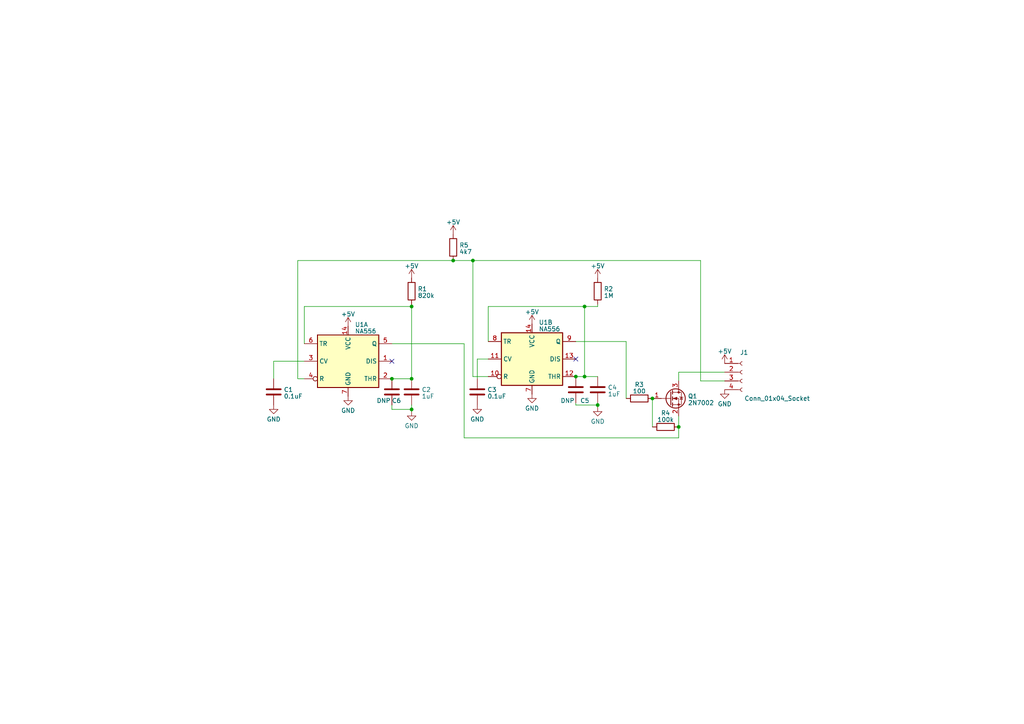
<source format=kicad_sch>
(kicad_sch (version 20230121) (generator eeschema)
  (paper "A4")
  (lib_symbols
    (symbol "Connector:Conn_01x04_Socket" (pin_names (offset 1.016) hide)
      (property "Reference" "J" (at 0 5.08 0))
      (property "Value" "Conn_01x04_Socket" (at 0 -7.62 0))
      (symbol "Conn_01x04_Socket_1_1"
        (arc (start 0 -4.572) (mid -0.5058 -5.08) (end 0 -5.588) (stroke (width 0.1524)))
        (arc (start 0 -2.032) (mid -0.5058 -2.54) (end 0 -3.048) (stroke (width 0.1524)))
        (polyline (pts (xy -1.27 -5.08) (xy -0.508 -5.08)) (stroke (width 0.1524)))
        (polyline (pts (xy -1.27 -2.54) (xy -0.508 -2.54)) (stroke (width 0.1524)))
        (polyline (pts (xy -1.27 0) (xy -0.508 0)) (stroke (width 0.1524)))
        (polyline (pts (xy -1.27 2.54) (xy -0.508 2.54)) (stroke (width 0.1524)))
        (arc (start 0 0.508) (mid -0.5058 0) (end 0 -0.508) (stroke (width 0.1524)))
        (arc (start 0 3.048) (mid -0.5058 2.54) (end 0 2.032) (stroke (width 0.1524)))
        (pin passive line (at -5.08 2.54 0) (length 3.81) (name "Pin_1") (number "1"))
        (pin passive line (at -5.08 0 0) (length 3.81) (name "Pin_2") (number "2"))
        (pin passive line (at -5.08 -2.54 0) (length 3.81) (name "Pin_3") (number "3"))
        (pin passive line (at -5.08 -5.08 0) (length 3.81) (name "Pin_4") (number "4"))
      )
    )
    (symbol "Device:C" (pin_numbers hide) (pin_names (offset 0.254))
      (property "Reference" "C" (at 0.635 2.54 0))
      (property "Value" "C" (at 0.635 -2.54 0))
      (symbol "C_0_1"
        (polyline (pts (xy -2.032 -0.762) (xy 2.032 -0.762)) (stroke (width 0.508)))
        (polyline (pts (xy -2.032 0.762) (xy 2.032 0.762)) (stroke (width 0.508)))
      )
      (symbol "C_1_1"
        (pin passive line (at 0 3.81 270) (length 2.794) (name "~") (number "1"))
        (pin passive line (at 0 -3.81 90) (length 2.794) (name "~") (number "2"))
      )
    )
    (symbol "Device:R" (pin_numbers hide) (pin_names (offset 0))
      (property "Reference" "R" (at 2.032 0 90))
      (property "Value" "R" (at 0 0 90))
      (symbol "R_0_1"
        (rectangle (start -1.016 -2.54) (end 1.016 2.54) (stroke (width 0.254)))
      )
      (symbol "R_1_1"
        (pin passive line (at 0 3.81 270) (length 1.27) (name "~") (number "1"))
        (pin passive line (at 0 -3.81 90) (length 1.27) (name "~") (number "2"))
      )
    )
    (symbol "Timer:NA556"
      (property "Reference" "U" (at -10.16 8.89 0))
      (property "Value" "NA556" (at -10.16 -8.89 0))
      (symbol "NA556_0_0"
        (pin power_in line (at 0 10.16 270) (length 2.54) (name "VCC") (number "14"))
        (pin power_in line (at 0 -10.16 90) (length 2.54) (name "GND") (number "7"))
      )
      (symbol "NA556_0_1"
        (rectangle (start -8.89 -7.62) (end 8.89 7.62) (stroke (width 0.254)) (fill (type background)))
        (rectangle (start -8.89 -7.62) (end 8.89 7.62) (stroke (width 0.254)) (fill (type background)))
      )
      (symbol "NA556_1_1"
        (pin input line (at 12.7 0 180) (length 3.81) (name "DIS") (number "1"))
        (pin input line (at 12.7 -5.08 180) (length 3.81) (name "THR") (number "2"))
        (pin input line (at -12.7 0 0) (length 3.81) (name "CV") (number "3"))
        (pin input inverted (at -12.7 -5.08 0) (length 3.81) (name "R") (number "4"))
        (pin output line (at 12.7 5.08 180) (length 3.81) (name "Q") (number "5"))
        (pin input line (at -12.7 5.08 0) (length 3.81) (name "TR") (number "6"))
      )
      (symbol "NA556_2_1"
        (pin input inverted (at -12.7 -5.08 0) (length 3.81) (name "R") (number "10"))
        (pin input line (at -12.7 0 0) (length 3.81) (name "CV") (number "11"))
        (pin input line (at 12.7 -5.08 180) (length 3.81) (name "THR") (number "12"))
        (pin input line (at 12.7 0 180) (length 3.81) (name "DIS") (number "13"))
        (pin input line (at -12.7 5.08 0) (length 3.81) (name "TR") (number "8"))
        (pin output line (at 12.7 5.08 180) (length 3.81) (name "Q") (number "9"))
      )
    )
    (symbol "Transistor_FET:2N7002" (pin_names hide)
      (property "Reference" "Q" (at 5.08 1.905 0))
      (property "Value" "2N7002" (at 5.08 0 0))
      (symbol "2N7002_0_1"
        (polyline (pts (xy 0.254 0) (xy -2.54 0)))
        (polyline (pts (xy 0.254 1.905) (xy 0.254 -1.905)) (stroke (width 0.254)))
        (polyline (pts (xy 0.762 -1.27) (xy 0.762 -2.286)) (stroke (width 0.254)))
        (polyline (pts (xy 0.762 0.508) (xy 0.762 -0.508)) (stroke (width 0.254)))
        (polyline (pts (xy 0.762 2.286) (xy 0.762 1.27)) (stroke (width 0.254)))
        (polyline (pts (xy 2.54 2.54) (xy 2.54 1.778)))
        (polyline (pts (xy 2.54 -2.54) (xy 2.54 0) (xy 0.762 0)))
        (polyline (pts (xy 0.762 -1.778) (xy 3.302 -1.778) (xy 3.302 1.778) (xy 0.762 1.778)))
        (polyline (pts (xy 1.016 0) (xy 2.032 0.381) (xy 2.032 -0.381) (xy 1.016 0)) (fill (type outline)))
        (polyline (pts (xy 2.794 0.508) (xy 2.921 0.381) (xy 3.683 0.381) (xy 3.81 0.254)))
        (polyline (pts (xy 3.302 0.381) (xy 2.921 -0.254) (xy 3.683 -0.254) (xy 3.302 0.381)))
        (circle (center 1.651 0) (radius 2.794) (stroke (width 0.254)))
        (circle (center 2.54 -1.778) (radius 0.254) (fill (type outline)))
        (circle (center 2.54 1.778) (radius 0.254) (fill (type outline)))
      )
      (symbol "2N7002_1_1"
        (pin input line (at -5.08 0 0) (length 2.54) (name "G") (number "1"))
        (pin passive line (at 2.54 -5.08 90) (length 2.54) (name "S") (number "2"))
        (pin passive line (at 2.54 5.08 270) (length 2.54) (name "D") (number "3"))
      )
    )
    (symbol "power:+5V" (power) (pin_names (offset 0))
      (property "Value" "+5V" (at 0 3.556 0))
      (symbol "+5V_0_1"
        (polyline (pts (xy -0.762 1.27) (xy 0 2.54)))
        (polyline (pts (xy 0 0) (xy 0 2.54)))
        (polyline (pts (xy 0 2.54) (xy 0.762 1.27)))
      )
      (symbol "+5V_1_1"
        (pin power_in line (at 0 0 90) (length 0) hide (name "+5V") (number "1"))
      )
    )
    (symbol "power:GND" (power) (pin_names (offset 0))
      (property "Value" "GND" (at 0 -3.81 0))
      (symbol "GND_0_1"
        (polyline (pts (xy 0 0) (xy 0 -1.27) (xy 1.27 -1.27) (xy 0 -2.54) (xy -1.27 -1.27) (xy 0 -1.27)))
      )
      (symbol "GND_1_1"
        (pin power_in line (at 0 0 270) (length 0) hide (name "GND") (number "1"))
      )
    )
  )
  (junction (at 167.005 109.22))
  (junction (at 119.38 88.9))
  (junction (at 196.85 123.825))
  (junction (at 119.38 109.855))
  (junction (at 173.355 117.475))
  (junction (at 169.545 88.9))
  (junction (at 131.445 75.565))
  (junction (at 189.23 115.57))
  (junction (at 169.545 109.22))
  (junction (at 137.16 75.565))
  (junction (at 113.665 109.855))
  (junction (at 119.38 118.745))
  (no_connect (at 167.005 104.14))
  (no_connect (at 113.665 104.775))
  (wire (pts (xy 196.85 123.825) (xy 196.85 127)))
  (wire (pts (xy 203.2 110.49) (xy 203.2 75.565)))
  (wire (pts (xy 138.43 109.855) (xy 138.43 104.14)))
  (wire (pts (xy 196.85 107.95) (xy 196.85 110.49)))
  (wire (pts (xy 86.36 75.565) (xy 131.445 75.565)))
  (wire (pts (xy 79.375 104.775) (xy 88.265 104.775)))
  (wire (pts (xy 88.265 99.695) (xy 88.265 88.9)))
  (wire (pts (xy 169.545 109.22) (xy 173.355 109.22)))
  (wire (pts (xy 137.16 75.565) (xy 131.445 75.565)))
  (wire (pts (xy 88.265 109.855) (xy 86.36 109.855)))
  (wire (pts (xy 141.605 88.9) (xy 169.545 88.9)))
  (wire (pts (xy 169.545 88.9) (xy 169.545 109.22)))
  (wire (pts (xy 137.16 75.565) (xy 137.16 109.22)))
  (wire (pts (xy 88.265 88.9) (xy 119.38 88.9)))
  (wire (pts (xy 134.62 99.695) (xy 113.665 99.695)))
  (wire (pts (xy 134.62 127) (xy 134.62 99.695)))
  (wire (pts (xy 173.355 117.475) (xy 173.355 116.84)))
  (wire (pts (xy 196.85 120.65) (xy 196.85 123.825)))
  (wire (pts (xy 119.38 109.855) (xy 113.665 109.855)))
  (wire (pts (xy 169.545 109.22) (xy 167.005 109.22)))
  (wire (pts (xy 119.38 88.9) (xy 119.38 109.855)))
  (wire (pts (xy 169.545 88.9) (xy 173.355 88.9)))
  (wire (pts (xy 167.005 116.84) (xy 167.005 117.475)))
  (wire (pts (xy 181.61 99.06) (xy 181.61 115.57)))
  (wire (pts (xy 173.355 118.11) (xy 173.355 117.475)))
  (wire (pts (xy 113.665 118.745) (xy 119.38 118.745)))
  (wire (pts (xy 113.665 117.475) (xy 113.665 118.745)))
  (wire (pts (xy 137.16 109.22) (xy 141.605 109.22)))
  (wire (pts (xy 196.85 127) (xy 134.62 127)))
  (wire (pts (xy 79.375 109.855) (xy 79.375 104.775)))
  (wire (pts (xy 141.605 99.06) (xy 141.605 88.9)))
  (wire (pts (xy 138.43 104.14) (xy 141.605 104.14)))
  (wire (pts (xy 119.38 119.38) (xy 119.38 118.745)))
  (wire (pts (xy 189.23 115.57) (xy 189.23 123.825)))
  (wire (pts (xy 119.38 88.265) (xy 119.38 88.9)))
  (wire (pts (xy 86.36 109.855) (xy 86.36 75.565)))
  (wire (pts (xy 119.38 118.745) (xy 119.38 117.475)))
  (wire (pts (xy 203.2 75.565) (xy 137.16 75.565)))
  (wire (pts (xy 210.185 107.95) (xy 196.85 107.95)))
  (wire (pts (xy 210.185 110.49) (xy 203.2 110.49)))
  (wire (pts (xy 167.005 117.475) (xy 173.355 117.475)))
  (wire (pts (xy 173.355 88.265) (xy 173.355 88.9)))
  (wire (pts (xy 167.005 99.06) (xy 181.61 99.06)))
  (symbol (lib_id "Transistor_FET:2N7002") (at 194.31 115.57 0) (unit 1)
    (property "Reference" "Q1" (at 199.517 114.9263 0) (effects (justify left)))
    (property "Value" "2N7002" (at 199.517 116.8473 0) (effects (justify left)))
    (property "Footprint" "Package_TO_SOT_SMD:SOT-23" (effects hide))
    (property "Datasheet" "https://www.onsemi.com/pub/Collateral/NDS7002A-D.PDF" (effects hide))
  )
  (symbol (lib_id "power:+5V") (at 173.355 80.645 0) (unit 1)
    (property "Reference" "#PWR011" (effects hide))
    (property "Value" "+5V" (at 173.355 77.1431 0))
  )
  (symbol (lib_id "Device:R") (at 131.445 71.755 0) (unit 1)
    (property "Reference" "R5" (at 133.223 71.1113 0) (effects (justify left)))
    (property "Value" "4k7" (at 133.223 73.0323 0) (effects (justify left)))
    (property "Footprint" "Resistor_SMD:R_0603_1608Metric" (effects hide))
  )
  (symbol (lib_id "power:+5V") (at 154.305 93.98 0) (unit 1)
    (property "Reference" "#PWR03" (effects hide))
    (property "Value" "+5V" (at 154.305 90.4781 0))
  )
  (symbol (lib_id "power:GND") (at 173.355 118.11 0) (unit 1)
    (property "Reference" "#PWR013" (effects hide))
    (property "Value" "GND" (at 173.355 122.2455 0))
  )
  (symbol (lib_id "Connector:Conn_01x04_Socket") (at 215.265 107.95 0) (unit 1)
    (property "Reference" "J1" (at 214.63 102.235 0) (effects (justify left)))
    (property "Value" "Conn_01x04_Socket" (at 215.9 115.57 0) (effects (justify left)))
    (property "Footprint" "Connector_PinHeader_2.54mm:PinHeader_1x04_P2.54mm_Horizontal" (effects hide))
  )
  (symbol (lib_id "Device:R") (at 185.42 115.57 90) (unit 1)
    (property "Reference" "R3" (at 185.42 111.5441 90))
    (property "Value" "100" (at 185.42 113.4651 90))
    (property "Footprint" "Resistor_SMD:R_0603_1608Metric" (effects hide))
  )
  (symbol (lib_id "power:GND") (at 79.375 117.475 0) (unit 1)
    (property "Reference" "#PWR010" (effects hide))
    (property "Value" "GND" (at 79.375 121.6105 0))
  )
  (symbol (lib_id "Device:C") (at 119.38 113.665 0) (unit 1)
    (property "Reference" "C2" (at 122.301 113.0213 0) (effects (justify left)))
    (property "Value" "1uF" (at 122.301 114.9423 0) (effects (justify left)))
    (property "Footprint" "Capacitor_THT:CP_Radial_D5.0mm_P2.50mm" (effects hide))
  )
  (symbol (lib_id "power:GND") (at 210.185 113.03 0) (unit 1)
    (property "Reference" "#PWR05" (effects hide))
    (property "Value" "GND" (at 210.185 117.1655 0))
  )
  (symbol (lib_id "power:GND") (at 154.305 114.3 0) (unit 1)
    (property "Reference" "#PWR04" (effects hide))
    (property "Value" "GND" (at 154.305 118.4355 0))
  )
  (symbol (lib_id "Device:R") (at 193.04 123.825 90) (unit 1)
    (property "Reference" "R4" (at 193.04 119.7991 90))
    (property "Value" "100k" (at 193.04 121.7201 90))
    (property "Footprint" "Resistor_SMD:R_0603_1608Metric" (effects hide))
  )
  (symbol (lib_id "power:GND") (at 119.38 119.38 0) (unit 1)
    (property "Reference" "#PWR014" (effects hide))
    (property "Value" "GND" (at 119.38 123.5155 0))
  )
  (symbol (lib_id "power:+5V") (at 210.185 105.41 0) (unit 1)
    (property "Reference" "#PWR06" (effects hide))
    (property "Value" "+5V" (at 210.185 101.9081 0))
  )
  (symbol (lib_id "Device:C") (at 79.375 113.665 0) (unit 1)
    (property "Reference" "C1" (at 82.296 113.0213 0) (effects (justify left)))
    (property "Value" "0.1uF" (at 82.296 114.9423 0) (effects (justify left)))
    (property "Footprint" "Capacitor_SMD:C_0603_1608Metric" (effects hide))
  )
  (symbol (lib_id "Device:R") (at 119.38 84.455 0) (unit 1)
    (property "Reference" "R1" (at 121.158 83.8113 0) (effects (justify left)))
    (property "Value" "820k" (at 121.158 85.7323 0) (effects (justify left)))
    (property "Footprint" "Resistor_SMD:R_0603_1608Metric" (effects hide))
  )
  (symbol (lib_id "power:+5V") (at 119.38 80.645 0) (unit 1)
    (property "Reference" "#PWR012" (effects hide))
    (property "Value" "+5V" (at 119.38 77.1431 0))
  )
  (symbol (lib_id "Device:C") (at 167.005 113.03 0) (unit 1)
    (property "Reference" "C5" (at 168.275 116.205 0) (effects (justify left)))
    (property "Value" "DNP" (at 162.56 116.205 0) (effects (justify left)))
    (property "Footprint" "Evan's parts:V type tantalum" (effects hide))
  )
  (symbol (lib_id "power:+5V") (at 100.965 94.615 0) (unit 1)
    (property "Reference" "#PWR01" (effects hide))
    (property "Value" "+5V" (at 100.965 91.1131 0))
  )
  (symbol (lib_id "Device:C") (at 138.43 113.665 0) (unit 1)
    (property "Reference" "C3" (at 141.351 113.0213 0) (effects (justify left)))
    (property "Value" "0.1uF" (at 141.351 114.9423 0) (effects (justify left)))
    (property "Footprint" "Capacitor_SMD:C_0603_1608Metric" (effects hide))
  )
  (symbol (lib_id "Device:C") (at 113.665 113.665 0) (unit 1)
    (property "Reference" "C6" (at 113.665 116.205 0) (effects (justify left)))
    (property "Value" "DNP" (at 109.22 116.205 0) (effects (justify left)))
    (property "Footprint" "Evan's parts:V type tantalum" (effects hide))
  )
  (symbol (lib_id "power:GND") (at 100.965 114.935 0) (unit 1)
    (property "Reference" "#PWR02" (effects hide))
    (property "Value" "GND" (at 100.965 119.0705 0))
  )
  (symbol (lib_id "Device:R") (at 173.355 84.455 0) (unit 1)
    (property "Reference" "R2" (at 175.133 83.8113 0) (effects (justify left)))
    (property "Value" "1M" (at 175.133 85.7323 0) (effects (justify left)))
    (property "Footprint" "Resistor_SMD:R_0603_1608Metric" (effects hide))
  )
  (symbol (lib_id "Timer:NA556") (at 154.305 104.14 0) (unit 2)
    (property "Reference" "U1" (at 156.2609 93.5101 0) (effects (justify left)))
    (property "Value" "NA556" (at 156.2609 95.4311 0) (effects (justify left)))
    (property "Footprint" "Package_SO:SO-14_3.9x8.65mm_P1.27mm" (effects hide))
    (property "Datasheet" "http://www.ti.com/lit/ds/symlink/se556.pdf" (effects hide))
  )
  (symbol (lib_id "power:+5V") (at 131.445 67.945 0) (unit 1)
    (property "Reference" "#PWR07" (effects hide))
    (property "Value" "+5V" (at 131.445 64.4431 0))
  )
  (symbol (lib_id "Device:C") (at 173.355 113.03 0) (unit 1)
    (property "Reference" "C4" (at 176.276 112.3863 0) (effects (justify left)))
    (property "Value" "1uF" (at 176.276 114.3073 0) (effects (justify left)))
    (property "Footprint" "Capacitor_THT:CP_Radial_D5.0mm_P2.50mm" (effects hide))
  )
  (symbol (lib_id "power:GND") (at 138.43 117.475 0) (unit 1)
    (property "Reference" "#PWR09" (effects hide))
    (property "Value" "GND" (at 138.43 121.6105 0))
  )
  (symbol (lib_id "Timer:NA556") (at 100.965 104.775 0) (unit 1)
    (property "Reference" "U1" (at 102.9209 94.1451 0) (effects (justify left)))
    (property "Value" "NA556" (at 102.9209 96.0661 0) (effects (justify left)))
    (property "Footprint" "Package_SO:SO-14_3.9x8.65mm_P1.27mm" (effects hide))
    (property "Datasheet" "http://www.ti.com/lit/ds/symlink/se556.pdf" (effects hide))
  )
)
</source>
